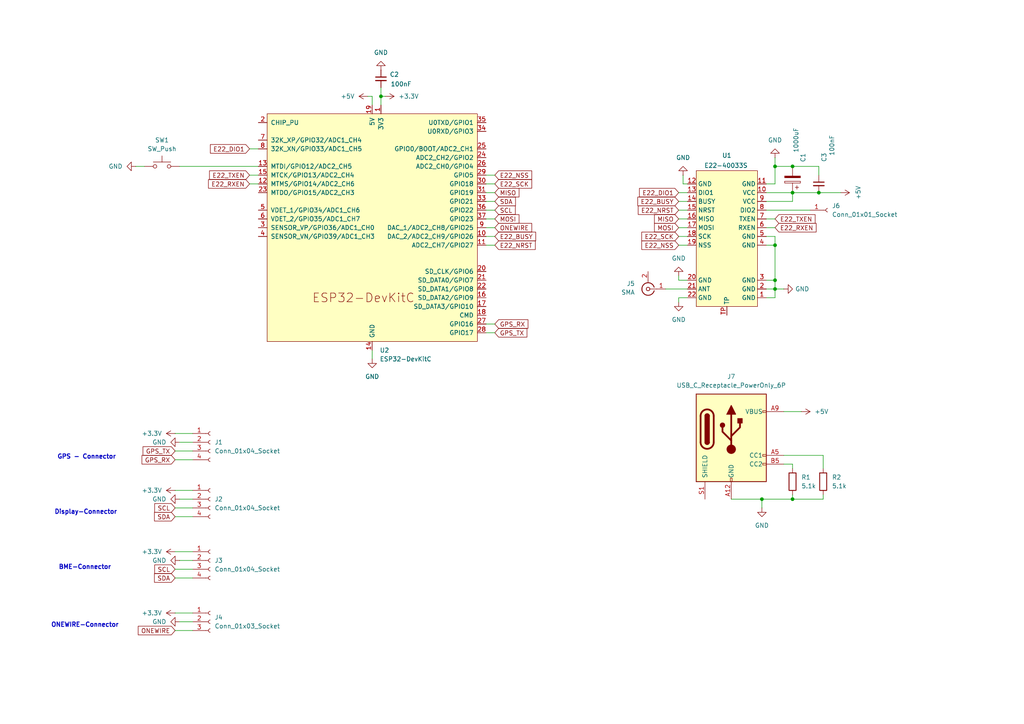
<source format=kicad_sch>
(kicad_sch (version 20231120) (generator "eeschema") (generator_version "8.0")
  (paper "A4")
  (title_block (title "ESP32 - E22 Board") (date "2024-10-02") (company "DK9BT"))
  (lib_symbols
    (symbol "Connector:Conn_01x01_Socket" (pin_names (offset 1.016) hide)
      (property "Reference" "J" (at 0 2.54 0))
      (property "Value" "Conn_01x01_Socket" (at 0 -2.54 0))
      (symbol "Conn_01x01_Socket_1_1"
        (polyline (pts (xy -1.27 0) (xy -0.508 0)) (stroke (width 0.1524)))
        (arc (start 0 0.508) (mid -0.5058 0) (end 0 -0.508) (stroke (width 0.1524)))
        (pin passive line (at -5.08 0 0) (length 3.81) (name "Pin_1") (number "1"))
      )
    )
    (symbol "Connector:Conn_01x03_Socket" (pin_names (offset 1.016) hide)
      (property "Reference" "J" (at 0 5.08 0))
      (property "Value" "Conn_01x03_Socket" (at 0 -5.08 0))
      (symbol "Conn_01x03_Socket_1_1"
        (arc (start 0 -2.032) (mid -0.5058 -2.54) (end 0 -3.048) (stroke (width 0.1524)))
        (polyline (pts (xy -1.27 -2.54) (xy -0.508 -2.54)) (stroke (width 0.1524)))
        (polyline (pts (xy -1.27 0) (xy -0.508 0)) (stroke (width 0.1524)))
        (polyline (pts (xy -1.27 2.54) (xy -0.508 2.54)) (stroke (width 0.1524)))
        (arc (start 0 0.508) (mid -0.5058 0) (end 0 -0.508) (stroke (width 0.1524)))
        (arc (start 0 3.048) (mid -0.5058 2.54) (end 0 2.032) (stroke (width 0.1524)))
        (pin passive line (at -5.08 2.54 0) (length 3.81) (name "Pin_1") (number "1"))
        (pin passive line (at -5.08 0 0) (length 3.81) (name "Pin_2") (number "2"))
        (pin passive line (at -5.08 -2.54 0) (length 3.81) (name "Pin_3") (number "3"))
      )
    )
    (symbol "Connector:Conn_01x04_Socket" (pin_names (offset 1.016) hide)
      (property "Reference" "J" (at 0 5.08 0))
      (property "Value" "Conn_01x04_Socket" (at 0 -7.62 0))
      (symbol "Conn_01x04_Socket_1_1"
        (arc (start 0 -4.572) (mid -0.5058 -5.08) (end 0 -5.588) (stroke (width 0.1524)))
        (arc (start 0 -2.032) (mid -0.5058 -2.54) (end 0 -3.048) (stroke (width 0.1524)))
        (polyline (pts (xy -1.27 -5.08) (xy -0.508 -5.08)) (stroke (width 0.1524)))
        (polyline (pts (xy -1.27 -2.54) (xy -0.508 -2.54)) (stroke (width 0.1524)))
        (polyline (pts (xy -1.27 0) (xy -0.508 0)) (stroke (width 0.1524)))
        (polyline (pts (xy -1.27 2.54) (xy -0.508 2.54)) (stroke (width 0.1524)))
        (arc (start 0 0.508) (mid -0.5058 0) (end 0 -0.508) (stroke (width 0.1524)))
        (arc (start 0 3.048) (mid -0.5058 2.54) (end 0 2.032) (stroke (width 0.1524)))
        (pin passive line (at -5.08 2.54 0) (length 3.81) (name "Pin_1") (number "1"))
        (pin passive line (at -5.08 0 0) (length 3.81) (name "Pin_2") (number "2"))
        (pin passive line (at -5.08 -2.54 0) (length 3.81) (name "Pin_3") (number "3"))
        (pin passive line (at -5.08 -5.08 0) (length 3.81) (name "Pin_4") (number "4"))
      )
    )
    (symbol "Connector:Conn_Coaxial" (pin_names (offset 1.016) hide)
      (property "Reference" "J" (at 0.254 3.048 0))
      (property "Value" "Conn_Coaxial" (at 2.921 0 90))
      (symbol "Conn_Coaxial_0_1"
        (arc (start -1.778 -0.508) (mid 0.2311 -1.8066) (end 1.778 0) (stroke (width 0.254)))
        (polyline (pts (xy -2.54 0) (xy -0.508 0)))
        (polyline (pts (xy 0 -2.54) (xy 0 -1.778)))
        (circle (center 0 0) (radius 0.508) (stroke (width 0.2032)))
        (arc (start 1.778 0) (mid 0.2099 1.8101) (end -1.778 0.508) (stroke (width 0.254)))
      )
      (symbol "Conn_Coaxial_1_1"
        (pin passive line (at -5.08 0 0) (length 2.54) (name "In") (number "1"))
        (pin passive line (at 0 -5.08 90) (length 2.54) (name "Ext") (number "2"))
      )
    )
    (symbol "Connector:USB_C_Receptacle_PowerOnly_6P" (pin_names (offset 1.016))
      (property "Reference" "J" (at 0 16.51 0))
      (property "Value" "USB_C_Receptacle_PowerOnly_6P" (at 0 13.97 0))
      (symbol "USB_C_Receptacle_PowerOnly_6P_0_0"
        (rectangle (start -0.254 -12.7) (end 0.254 -11.684))
        (rectangle (start 10.16 -7.366) (end 9.144 -7.874))
        (rectangle (start 10.16 -4.826) (end 9.144 -5.334))
        (rectangle (start 10.16 7.874) (end 9.144 7.366))
      )
      (symbol "USB_C_Receptacle_PowerOnly_6P_0_1"
        (rectangle (start -10.16 12.7) (end 10.16 -12.7) (stroke (width 0.254)) (fill (type background)))
        (arc (start -8.89 -1.27) (mid -6.985 -3.1667) (end -5.08 -1.27) (stroke (width 0.508)))
        (arc (start -7.62 -1.27) (mid -6.985 -1.9023) (end -6.35 -1.27) (stroke (width 0.254)))
        (arc (start -7.62 -1.27) (mid -6.985 -1.9023) (end -6.35 -1.27) (stroke (width 0.254)) (fill (type outline)))
        (rectangle (start -7.62 -1.27) (end -6.35 6.35) (stroke (width 0.254)) (fill (type outline)))
        (arc (start -6.35 6.35) (mid -6.985 6.9823) (end -7.62 6.35) (stroke (width 0.254)))
        (arc (start -6.35 6.35) (mid -6.985 6.9823) (end -7.62 6.35) (stroke (width 0.254)) (fill (type outline)))
        (arc (start -5.08 6.35) (mid -6.985 8.2467) (end -8.89 6.35) (stroke (width 0.508)))
        (circle (center -2.54 3.683) (radius 0.635) (stroke (width 0.254)) (fill (type outline)))
        (circle (center 0 -3.302) (radius 1.27) (fill (type outline)))
        (polyline (pts (xy -8.89 -1.27) (xy -8.89 6.35)) (stroke (width 0.508)))
        (polyline (pts (xy -5.08 6.35) (xy -5.08 -1.27)) (stroke (width 0.508)))
        (polyline (pts (xy 0 -3.302) (xy 0 6.858)) (stroke (width 0.508)))
        (polyline (pts (xy 0 -0.762) (xy -2.54 1.778) (xy -2.54 3.048)) (stroke (width 0.508)))
        (polyline (pts (xy 0 0.508) (xy 2.54 3.048) (xy 2.54 4.318)) (stroke (width 0.508)))
        (polyline (pts (xy -1.27 6.858) (xy 0 9.398) (xy 1.27 6.858) (xy -1.27 6.858)) (stroke (width 0.254)) (fill (type outline)))
        (rectangle (start 1.905 4.318) (end 3.175 5.588) (stroke (width 0.254)) (fill (type outline)))
      )
      (symbol "USB_C_Receptacle_PowerOnly_6P_1_1"
        (pin passive line (at 0 -17.78 90) (length 5.08) (name "GND") (number "A12"))
        (pin bidirectional line (at 15.24 -5.08 180) (length 5.08) (name "CC1") (number "A5"))
        (pin passive line (at 15.24 7.62 180) (length 5.08) (name "VBUS") (number "A9"))
        (pin passive line (at 0 -17.78 90) (length 5.08) hide (name "GND") (number "B12"))
        (pin bidirectional line (at 15.24 -7.62 180) (length 5.08) (name "CC2") (number "B5"))
        (pin passive line (at 15.24 7.62 180) (length 5.08) hide (name "VBUS") (number "B9"))
        (pin passive line (at -7.62 -17.78 90) (length 5.08) (name "SHIELD") (number "S1"))
      )
    )
    (symbol "Device:C_Polarized" (pin_numbers hide) (pin_names (offset 0.254))
      (property "Reference" "C" (at 0.635 2.54 0))
      (property "Value" "C_Polarized" (at 0.635 -2.54 0))
      (symbol "C_Polarized_0_1"
        (rectangle (start -2.286 0.508) (end 2.286 1.016))
        (polyline (pts (xy -1.778 2.286) (xy -0.762 2.286)))
        (polyline (pts (xy -1.27 2.794) (xy -1.27 1.778)))
        (rectangle (start 2.286 -0.508) (end -2.286 -1.016) (fill (type outline)))
      )
      (symbol "C_Polarized_1_1"
        (pin passive line (at 0 3.81 270) (length 2.794) (name "~") (number "1"))
        (pin passive line (at 0 -3.81 90) (length 2.794) (name "~") (number "2"))
      )
    )
    (symbol "Device:C_Small" (pin_numbers hide) (pin_names (offset 0.254) hide)
      (property "Reference" "C" (at 0.254 1.778 0))
      (property "Value" "C_Small" (at 0.254 -2.032 0))
      (symbol "C_Small_0_1"
        (polyline (pts (xy -1.524 -0.508) (xy 1.524 -0.508)) (stroke (width 0.3302)))
        (polyline (pts (xy -1.524 0.508) (xy 1.524 0.508)) (stroke (width 0.3048)))
      )
      (symbol "C_Small_1_1"
        (pin passive line (at 0 2.54 270) (length 2.032) (name "~") (number "1"))
        (pin passive line (at 0 -2.54 90) (length 2.032) (name "~") (number "2"))
      )
    )
    (symbol "Device:R" (pin_numbers hide) (pin_names (offset 0))
      (property "Reference" "R" (at 2.032 0 90))
      (property "Value" "R" (at 0 0 90))
      (symbol "R_0_1"
        (rectangle (start -1.016 -2.54) (end 1.016 2.54) (stroke (width 0.254)))
      )
      (symbol "R_1_1"
        (pin passive line (at 0 3.81 270) (length 1.27) (name "~") (number "1"))
        (pin passive line (at 0 -3.81 90) (length 1.27) (name "~") (number "2"))
      )
    )
    (symbol "E22:E22_400M33S"
      (property "Value" "~" (at 0 0 0))
      (property "Footprint" "Parts:E22-400M33S" (at 8.89 1.905 0))
      (symbol "E22_400M33S_1_1"
        (rectangle (start 0 0) (end 17.78 -39.37) (fill (type background)))
        (pin power_in line (at 20.32 -36.83 180) (length 2.54) (name "GND") (number "1"))
        (pin power_in line (at 20.32 -6.35 180) (length 2.54) (name "VCC") (number "10"))
        (pin power_in line (at 20.32 -3.81 180) (length 2.54) (name "GND") (number "11"))
        (pin power_in line (at -2.54 -3.81 0) (length 2.54) (name "GND") (number "12"))
        (pin bidirectional line (at -2.54 -6.35 0) (length 2.54) (name "DIO1") (number "13"))
        (pin output line (at -2.54 -8.89 0) (length 2.54) (name "BUSY") (number "14"))
        (pin input line (at -2.54 -11.43 0) (length 2.54) (name "NRST") (number "15"))
        (pin output line (at -2.54 -13.97 0) (length 2.54) (name "MISO") (number "16"))
        (pin input line (at -2.54 -16.51 0) (length 2.54) (name "MOSI") (number "17"))
        (pin input line (at -2.54 -19.05 0) (length 2.54) (name "SCK") (number "18"))
        (pin input line (at -2.54 -21.59 0) (length 2.54) (name "NSS") (number "19"))
        (pin power_in line (at 20.32 -34.29 180) (length 2.54) (name "GND") (number "2"))
        (pin power_in line (at -2.54 -31.75 0) (length 2.54) (name "GND") (number "20"))
        (pin bidirectional line (at -2.54 -34.29 0) (length 2.54) (name "ANT") (number "21"))
        (pin power_in line (at -2.54 -36.83 0) (length 2.54) (name "GND") (number "22"))
        (pin power_in line (at 20.32 -31.75 180) (length 2.54) (name "GND") (number "3"))
        (pin power_in line (at 20.32 -21.59 180) (length 2.54) (name "GND") (number "4"))
        (pin power_in line (at 20.32 -19.05 180) (length 2.54) (name "GND") (number "5"))
        (pin input line (at 20.32 -16.51 180) (length 2.54) (name "RXEN") (number "6"))
        (pin input line (at 20.32 -13.97 180) (length 2.54) (name "TXEN") (number "7"))
        (pin bidirectional line (at 20.32 -11.43 180) (length 2.54) (name "DIO2") (number "8"))
        (pin power_in line (at 20.32 -8.89 180) (length 2.54) (name "VCC") (number "9"))
        (pin passive line (at 8.89 -41.91 90) (length 2.54) (name "TP") (number "TP"))
      )
    )
    (symbol "ESP32:ESP32-DevKitC" (pin_names (offset 1.016))
      (property "Reference" "U" (at -30.48 38.1 0))
      (property "Value" "ESP32-DevKitC" (at -30.48 35.56 0))
      (symbol "ESP32-DevKitC_0_0"
        (text "ESP32-DevKitC" (at -2.54 -20.32 0) (effects (font (size 2.54 2.54))))
        (pin power_in line (at 0 -35.56 90) (length 2.54) (name "GND") (number "14"))
        (pin power_in line (at 0 35.56 270) (length 2.54) (name "5V") (number "19"))
      )
      (symbol "ESP32-DevKitC_0_1"
        (rectangle (start -30.48 33.02) (end 30.48 -33.02) (fill (type background)))
      )
      (symbol "ESP32-DevKitC_1_1"
        (pin power_in line (at 2.54 35.56 270) (length 2.54) (name "3V3") (number "1"))
        (pin bidirectional line (at 33.02 -2.54 180) (length 2.54) (name "DAC_2/ADC2_CH9/GPIO26") (number "10"))
        (pin bidirectional line (at 33.02 -5.08 180) (length 2.54) (name "ADC2_CH7/GPIO27") (number "11"))
        (pin bidirectional line (at -33.02 12.7 0) (length 2.54) (name "MTMS/GPIO14/ADC2_CH6") (number "12"))
        (pin bidirectional line (at -33.02 17.78 0) (length 2.54) (name "MTDI/GPIO12/ADC2_CH5") (number "13"))
        (pin bidirectional line (at -33.02 15.24 0) (length 2.54) (name "MTCK/GPIO13/ADC2_CH4") (number "15"))
        (pin bidirectional line (at 33.02 -20.32 180) (length 2.54) (name "SD_DATA2/GPIO9") (number "16"))
        (pin bidirectional line (at 33.02 -22.86 180) (length 2.54) (name "SD_DATA3/GPIO10") (number "17"))
        (pin bidirectional line (at 33.02 -25.4 180) (length 2.54) (name "CMD") (number "18"))
        (pin input line (at -33.02 30.48 0) (length 2.54) (name "CHIP_PU") (number "2"))
        (pin bidirectional line (at 33.02 -12.7 180) (length 2.54) (name "SD_CLK/GPIO6") (number "20"))
        (pin bidirectional line (at 33.02 -15.24 180) (length 2.54) (name "SD_DATA0/GPIO7") (number "21"))
        (pin bidirectional line (at 33.02 -17.78 180) (length 2.54) (name "SD_DATA1/GPIO8") (number "22"))
        (pin bidirectional line (at -33.02 10.16 0) (length 2.54) (name "MTDO/GPIO15/ADC2_CH3") (number "23"))
        (pin bidirectional line (at 33.02 20.32 180) (length 2.54) (name "ADC2_CH2/GPIO2") (number "24"))
        (pin bidirectional line (at 33.02 22.86 180) (length 2.54) (name "GPIO0/BOOT/ADC2_CH1") (number "25"))
        (pin bidirectional line (at 33.02 17.78 180) (length 2.54) (name "ADC2_CH0/GPIO4") (number "26"))
        (pin bidirectional line (at 33.02 -27.94 180) (length 2.54) (name "GPIO16") (number "27"))
        (pin bidirectional line (at 33.02 -30.48 180) (length 2.54) (name "GPIO17") (number "28"))
        (pin bidirectional line (at 33.02 15.24 180) (length 2.54) (name "GPIO5") (number "29"))
        (pin input line (at -33.02 0 0) (length 2.54) (name "SENSOR_VP/GPIO36/ADC1_CH0") (number "3"))
        (pin bidirectional line (at 33.02 12.7 180) (length 2.54) (name "GPIO18") (number "30"))
        (pin bidirectional line (at 33.02 10.16 180) (length 2.54) (name "GPIO19") (number "31"))
        (pin passive line (at 0 -35.56 90) (length 2.54) hide (name "GND") (number "32"))
        (pin bidirectional line (at 33.02 7.62 180) (length 2.54) (name "GPIO21") (number "33"))
        (pin bidirectional line (at 33.02 27.94 180) (length 2.54) (name "U0RXD/GPIO3") (number "34"))
        (pin bidirectional line (at 33.02 30.48 180) (length 2.54) (name "U0TXD/GPIO1") (number "35"))
        (pin bidirectional line (at 33.02 5.08 180) (length 2.54) (name "GPIO22") (number "36"))
        (pin bidirectional line (at 33.02 2.54 180) (length 2.54) (name "GPIO23") (number "37"))
        (pin passive line (at 0 -35.56 90) (length 2.54) hide (name "GND") (number "38"))
        (pin input line (at -33.02 -2.54 0) (length 2.54) (name "SENSOR_VN/GPIO39/ADC1_CH3") (number "4"))
        (pin input line (at -33.02 5.08 0) (length 2.54) (name "VDET_1/GPIO34/ADC1_CH6") (number "5"))
        (pin input line (at -33.02 2.54 0) (length 2.54) (name "VDET_2/GPIO35/ADC1_CH7") (number "6"))
        (pin bidirectional line (at -33.02 25.4 0) (length 2.54) (name "32K_XP/GPIO32/ADC1_CH4") (number "7"))
        (pin bidirectional line (at -33.02 22.86 0) (length 2.54) (name "32K_XN/GPIO33/ADC1_CH5") (number "8"))
        (pin bidirectional line (at 33.02 0 180) (length 2.54) (name "DAC_1/ADC2_CH8/GPIO25") (number "9"))
      )
    )
    (symbol "Switch:SW_Push" (pin_numbers hide) (pin_names (offset 1.016) hide)
      (property "Reference" "SW" (at 1.27 2.54 0))
      (property "Value" "SW_Push" (at 0 -1.524 0))
      (symbol "SW_Push_0_1"
        (circle (center -2.032 0) (radius 0.508))
        (polyline (pts (xy 0 1.27) (xy 0 3.048)))
        (polyline (pts (xy 2.54 1.27) (xy -2.54 1.27)))
        (circle (center 2.032 0) (radius 0.508))
        (pin passive line (at -5.08 0 0) (length 2.54) (name "1") (number "1"))
        (pin passive line (at 5.08 0 180) (length 2.54) (name "2") (number "2"))
      )
    )
    (symbol "power:+3.3V" (power) (pin_numbers hide) (pin_names (offset 0) hide)
      (property "Value" "+3.3V" (at 0 3.556 0))
      (symbol "+3.3V_0_1"
        (polyline (pts (xy -0.762 1.27) (xy 0 2.54)))
        (polyline (pts (xy 0 0) (xy 0 2.54)))
        (polyline (pts (xy 0 2.54) (xy 0.762 1.27)))
      )
      (symbol "+3.3V_1_1"
        (pin power_in line (at 0 0 90) (length 0) (name "~") (number "1"))
      )
    )
    (symbol "power:+5V" (power) (pin_numbers hide) (pin_names (offset 0) hide)
      (property "Value" "+5V" (at 0 3.556 0))
      (symbol "+5V_0_1"
        (polyline (pts (xy -0.762 1.27) (xy 0 2.54)))
        (polyline (pts (xy 0 0) (xy 0 2.54)))
        (polyline (pts (xy 0 2.54) (xy 0.762 1.27)))
      )
      (symbol "+5V_1_1"
        (pin power_in line (at 0 0 90) (length 0) (name "~") (number "1"))
      )
    )
    (symbol "power:GND" (power) (pin_numbers hide) (pin_names (offset 0) hide)
      (property "Value" "GND" (at 0 -3.81 0))
      (symbol "GND_0_1"
        (polyline (pts (xy 0 0) (xy 0 -1.27) (xy 1.27 -1.27) (xy 0 -2.54) (xy -1.27 -1.27) (xy 0 -1.27)))
      )
      (symbol "GND_1_1"
        (pin power_in line (at 0 0 270) (length 0) (name "~") (number "1"))
      )
    )
  )
  (junction (at 224.79 48.26))
  (junction (at 224.79 81.28))
  (junction (at 237.49 55.88))
  (junction (at 229.87 144.78))
  (junction (at 110.49 27.94))
  (junction (at 229.87 55.88))
  (junction (at 224.79 83.82))
  (junction (at 220.98 144.78))
  (junction (at 224.79 71.12))
  (junction (at 229.87 48.26))
  (wire (pts (xy 224.79 83.82) (xy 227.33 83.82)))
  (wire (pts (xy 238.76 132.08) (xy 238.76 135.89)))
  (wire (pts (xy 196.85 68.58) (xy 199.39 68.58)))
  (wire (pts (xy 196.85 55.88) (xy 199.39 55.88)))
  (wire (pts (xy 199.39 86.36) (xy 196.85 86.36)))
  (wire (pts (xy 140.97 66.04) (xy 143.51 66.04)))
  (wire (pts (xy 229.87 58.42) (xy 229.87 55.88)))
  (wire (pts (xy 140.97 58.42) (xy 143.51 58.42)))
  (wire (pts (xy 224.79 53.34) (xy 224.79 48.26)))
  (wire (pts (xy 140.97 63.5) (xy 143.51 63.5)))
  (wire (pts (xy 229.87 134.62) (xy 229.87 135.89)))
  (wire (pts (xy 50.8 130.81) (xy 55.88 130.81)))
  (wire (pts (xy 229.87 144.78) (xy 220.98 144.78)))
  (wire (pts (xy 222.25 53.34) (xy 224.79 53.34)))
  (wire (pts (xy 140.97 53.34) (xy 143.51 53.34)))
  (wire (pts (xy 52.07 128.27) (xy 55.88 128.27)))
  (wire (pts (xy 224.79 86.36) (xy 224.79 83.82)))
  (wire (pts (xy 196.85 66.04) (xy 199.39 66.04)))
  (wire (pts (xy 222.25 58.42) (xy 229.87 58.42)))
  (wire (pts (xy 224.79 71.12) (xy 224.79 81.28)))
  (wire (pts (xy 220.98 144.78) (xy 220.98 147.32)))
  (wire (pts (xy 50.8 182.88) (xy 55.88 182.88)))
  (wire (pts (xy 74.93 43.18) (xy 72.39 43.18)))
  (wire (pts (xy 50.8 147.32) (xy 55.88 147.32)))
  (wire (pts (xy 74.93 53.34) (xy 72.39 53.34)))
  (wire (pts (xy 193.04 83.82) (xy 199.39 83.82)))
  (wire (pts (xy 222.25 60.96) (xy 234.95 60.96)))
  (wire (pts (xy 199.39 53.34) (xy 198.12 53.34)))
  (wire (pts (xy 140.97 55.88) (xy 143.51 55.88)))
  (wire (pts (xy 224.79 68.58) (xy 224.79 71.12)))
  (wire (pts (xy 107.95 101.6) (xy 107.95 104.14)))
  (wire (pts (xy 107.95 27.94) (xy 107.95 30.48)))
  (wire (pts (xy 229.87 143.51) (xy 229.87 144.78)))
  (wire (pts (xy 140.97 71.12) (xy 143.51 71.12)))
  (wire (pts (xy 222.25 86.36) (xy 224.79 86.36)))
  (wire (pts (xy 50.8 167.64) (xy 55.88 167.64)))
  (wire (pts (xy 229.87 55.88) (xy 237.49 55.88)))
  (wire (pts (xy 50.8 142.24) (xy 55.88 142.24)))
  (wire (pts (xy 227.33 119.38) (xy 232.41 119.38)))
  (wire (pts (xy 50.8 149.86) (xy 55.88 149.86)))
  (wire (pts (xy 140.97 50.8) (xy 143.51 50.8)))
  (wire (pts (xy 140.97 96.52) (xy 143.51 96.52)))
  (wire (pts (xy 50.8 177.8) (xy 55.88 177.8)))
  (wire (pts (xy 224.79 48.26) (xy 229.87 48.26)))
  (wire (pts (xy 222.25 68.58) (xy 224.79 68.58)))
  (wire (pts (xy 224.79 81.28) (xy 224.79 83.82)))
  (wire (pts (xy 110.49 30.48) (xy 110.49 27.94)))
  (wire (pts (xy 222.25 83.82) (xy 224.79 83.82)))
  (wire (pts (xy 237.49 48.26) (xy 229.87 48.26)))
  (wire (pts (xy 222.25 66.04) (xy 224.79 66.04)))
  (wire (pts (xy 140.97 60.96) (xy 143.51 60.96)))
  (wire (pts (xy 52.07 180.34) (xy 55.88 180.34)))
  (wire (pts (xy 227.33 134.62) (xy 229.87 134.62)))
  (wire (pts (xy 222.25 71.12) (xy 224.79 71.12)))
  (wire (pts (xy 52.07 48.26) (xy 74.93 48.26)))
  (wire (pts (xy 140.97 68.58) (xy 143.51 68.58)))
  (wire (pts (xy 196.85 71.12) (xy 199.39 71.12)))
  (wire (pts (xy 224.79 45.72) (xy 224.79 48.26)))
  (wire (pts (xy 238.76 144.78) (xy 229.87 144.78)))
  (wire (pts (xy 222.25 81.28) (xy 224.79 81.28)))
  (wire (pts (xy 238.76 143.51) (xy 238.76 144.78)))
  (wire (pts (xy 106.68 27.94) (xy 107.95 27.94)))
  (wire (pts (xy 222.25 55.88) (xy 229.87 55.88)))
  (wire (pts (xy 198.12 53.34) (xy 198.12 50.8)))
  (wire (pts (xy 140.97 93.98) (xy 143.51 93.98)))
  (wire (pts (xy 52.07 162.56) (xy 55.88 162.56)))
  (wire (pts (xy 50.8 165.1) (xy 55.88 165.1)))
  (wire (pts (xy 50.8 160.02) (xy 55.88 160.02)))
  (wire (pts (xy 74.93 50.8) (xy 72.39 50.8)))
  (wire (pts (xy 196.85 86.36) (xy 196.85 87.63)))
  (wire (pts (xy 237.49 50.8) (xy 237.49 48.26)))
  (wire (pts (xy 237.49 55.88) (xy 243.84 55.88)))
  (wire (pts (xy 199.39 81.28) (xy 196.85 81.28)))
  (wire (pts (xy 196.85 63.5) (xy 199.39 63.5)))
  (wire (pts (xy 196.85 81.28) (xy 196.85 80.01)))
  (wire (pts (xy 110.49 25.4) (xy 110.49 27.94)))
  (wire (pts (xy 50.8 125.73) (xy 55.88 125.73)))
  (wire (pts (xy 110.49 27.94) (xy 111.76 27.94)))
  (wire (pts (xy 212.09 144.78) (xy 220.98 144.78)))
  (wire (pts (xy 196.85 58.42) (xy 199.39 58.42)))
  (wire (pts (xy 222.25 63.5) (xy 224.79 63.5)))
  (wire (pts (xy 50.8 133.35) (xy 55.88 133.35)))
  (wire (pts (xy 227.33 132.08) (xy 238.76 132.08)))
  (wire (pts (xy 196.85 60.96) (xy 199.39 60.96)))
  (wire (pts (xy 39.37 48.26) (xy 41.91 48.26)))
  (wire (pts (xy 52.07 144.78) (xy 55.88 144.78)))
  (text "ONEWIRE-Connector" (at 24.638 181.356 0) (effects (font (size 1.27 1.27) (thickness 0.254) (bold yes))))
  (text "Display-Connector" (at 24.892 148.59 0) (effects (font (size 1.27 1.27) (thickness 0.254) (bold yes))))
  (text "BME-Connector" (at 24.638 164.592 0) (effects (font (size 1.27 1.27) (thickness 0.254) (bold yes))))
  (text "GPS - Connector" (at 25.146 132.588 0) (effects (font (size 1.27 1.27) (thickness 0.254) (bold yes))))
  (global_label "E22_NRST" (shape input) (at 143.51 71.12 0) (property "Intersheetrefs" "${INTERSHEET_REFS}" (effects (hide yes))))
  (global_label "E22_RXEN" (shape input) (at 72.39 53.34 180) (property "Intersheetrefs" "${INTERSHEET_REFS}" (effects (hide yes))))
  (global_label "SDA" (shape input) (at 50.8 149.86 180) (property "Intersheetrefs" "${INTERSHEET_REFS}" (effects (hide yes))))
  (global_label "E22_SCK" (shape input) (at 143.51 53.34 0) (property "Intersheetrefs" "${INTERSHEET_REFS}" (effects (hide yes))))
  (global_label "E22_DIO1" (shape input) (at 72.39 43.18 180) (property "Intersheetrefs" "${INTERSHEET_REFS}" (effects (hide yes))))
  (global_label "MOSI" (shape input) (at 143.51 63.5 0) (property "Intersheetrefs" "${INTERSHEET_REFS}" (effects (hide yes))))
  (global_label "E22_DIO1" (shape input) (at 196.85 55.88 180) (property "Intersheetrefs" "${INTERSHEET_REFS}" (effects (hide yes))))
  (global_label "E22_TXEN" (shape input) (at 72.39 50.8 180) (property "Intersheetrefs" "${INTERSHEET_REFS}" (effects (hide yes))))
  (global_label "GPS_TX" (shape input) (at 50.8 130.81 180) (property "Intersheetrefs" "${INTERSHEET_REFS}" (effects (hide yes))))
  (global_label "GPS_RX" (shape input) (at 50.8 133.35 180) (property "Intersheetrefs" "${INTERSHEET_REFS}" (effects (hide yes))))
  (global_label "E22_NSS" (shape input) (at 143.51 50.8 0) (property "Intersheetrefs" "${INTERSHEET_REFS}" (effects (hide yes))))
  (global_label "E22_RXEN" (shape input) (at 224.79 66.04 0) (property "Intersheetrefs" "${INTERSHEET_REFS}" (effects (hide yes))))
  (global_label "E22_BUSY" (shape input) (at 143.51 68.58 0) (property "Intersheetrefs" "${INTERSHEET_REFS}" (effects (hide yes))))
  (global_label "E22_NRST" (shape input) (at 196.85 60.96 180) (property "Intersheetrefs" "${INTERSHEET_REFS}" (effects (hide yes))))
  (global_label "ONEWIRE" (shape input) (at 143.51 66.04 0) (property "Intersheetrefs" "${INTERSHEET_REFS}" (effects (hide yes))))
  (global_label "GPS_RX" (shape input) (at 143.51 93.98 0) (property "Intersheetrefs" "${INTERSHEET_REFS}" (effects (hide yes))))
  (global_label "GPS_TX" (shape input) (at 143.51 96.52 0) (property "Intersheetrefs" "${INTERSHEET_REFS}" (effects (hide yes))))
  (global_label "SCL" (shape input) (at 50.8 165.1 180) (property "Intersheetrefs" "${INTERSHEET_REFS}" (effects (hide yes))))
  (global_label "MISO" (shape input) (at 143.51 55.88 0) (property "Intersheetrefs" "${INTERSHEET_REFS}" (effects (hide yes))))
  (global_label "SCL" (shape input) (at 50.8 147.32 180) (property "Intersheetrefs" "${INTERSHEET_REFS}" (effects (hide yes))))
  (global_label "E22_NSS" (shape input) (at 196.85 71.12 180) (property "Intersheetrefs" "${INTERSHEET_REFS}" (effects (hide yes))))
  (global_label "MISO" (shape input) (at 196.85 63.5 180) (property "Intersheetrefs" "${INTERSHEET_REFS}" (effects (hide yes))))
  (global_label "SDA" (shape input) (at 50.8 167.64 180) (property "Intersheetrefs" "${INTERSHEET_REFS}" (effects (hide yes))))
  (global_label "E22_TXEN" (shape input) (at 224.79 63.5 0) (property "Intersheetrefs" "${INTERSHEET_REFS}" (effects (hide yes))))
  (global_label "MOSI" (shape input) (at 196.85 66.04 180) (property "Intersheetrefs" "${INTERSHEET_REFS}" (effects (hide yes))))
  (global_label "SDA" (shape input) (at 143.51 58.42 0) (property "Intersheetrefs" "${INTERSHEET_REFS}" (effects (hide yes))))
  (global_label "ONEWIRE" (shape input) (at 50.8 182.88 180) (property "Intersheetrefs" "${INTERSHEET_REFS}" (effects (hide yes))))
  (global_label "E22_SCK" (shape input) (at 196.85 68.58 180) (property "Intersheetrefs" "${INTERSHEET_REFS}" (effects (hide yes))))
  (global_label "E22_BUSY" (shape input) (at 196.85 58.42 180) (property "Intersheetrefs" "${INTERSHEET_REFS}" (effects (hide yes))))
  (global_label "SCL" (shape input) (at 143.51 60.96 0) (property "Intersheetrefs" "${INTERSHEET_REFS}" (effects (hide yes))))
  (symbol (lib_id "Connector:USB_C_Receptacle_PowerOnly_6P") (at 212.09 127 0) (unit 1)
    (property "Reference" "J7" (at 212.09 109.22 0))
    (property "Value" "USB_C_Receptacle_PowerOnly_6P" (at 212.09 111.76 0))
    (property "Footprint" "Connector_USB:USB_C_Receptacle_GCT_USB4125-xx-x-0190_6P_TopMnt_Horizontal" (effects (hide yes)))
    (property "Datasheet" "https://www.usb.org/sites/default/files/documents/usb_type-c.zip" (effects (hide yes)))
    (property "Description" "USB Power-Only 6P Type-C Receptacle connector" (effects (hide yes)))
  )
  (symbol (lib_id "Connector:Conn_01x04_Socket") (at 60.96 162.56 0) (unit 1)
    (property "Reference" "J3" (at 62.23 162.5599 0) (effects (justify left)))
    (property "Value" "Conn_01x04_Socket" (at 62.23 165.0999 0) (effects (justify left)))
    (property "Footprint" "Connector_PinHeader_2.54mm:PinHeader_1x04_P2.54mm_Vertical" (effects (hide yes)))
    (property "Description" "Generic connector, single row, 01x04, script generated" (effects (hide yes)))
  )
  (symbol (lib_id "Device:C_Polarized") (at 229.87 52.07 180) (unit 1)
    (property "Reference" "C1" (at 232.918 45.72 90))
    (property "Value" "1000uF" (at 230.886 40.64 90))
    (property "Description" "Polarized capacitor" (effects (hide yes)))
  )
  (symbol (lib_id "power:GND") (at 196.85 80.01 180) (unit 1)
    (property "Reference" "#PWR03" (effects (hide yes)))
    (property "Value" "GND" (at 196.85 74.93 0))
    (property "Description" "Power symbol creates a global label with name \"GND\" , ground" (effects (hide yes)))
  )
  (symbol (lib_id "power:+3.3V") (at 50.8 125.73 90) (unit 1)
    (property "Reference" "#PWR011" (effects (hide yes)))
    (property "Value" "+3.3V" (at 46.99 125.7301 90) (effects (justify left)))
    (property "Description" "Power symbol creates a global label with name \"+3.3V\"" (effects (hide yes)))
  )
  (symbol (lib_id "Device:C_Small") (at 110.49 22.86 0) (unit 1)
    (property "Reference" "C2" (at 113.03 21.5962 0) (effects (justify left)))
    (property "Value" "100nF" (at 113.284 24.384 0) (effects (justify left)))
    (property "Description" "Unpolarized capacitor, small symbol" (effects (hide yes)))
  )
  (symbol (lib_id "ESP32:ESP32-DevKitC") (at 107.95 66.04 0) (unit 1)
    (property "Reference" "U2" (at 110.1441 101.6 0) (effects (justify left)))
    (property "Value" "ESP32-DevKitC" (at 110.1441 104.14 0) (effects (justify left)))
    (property "Footprint" "E22:ESP32-DevKitC" (effects (hide yes)))
    (property "Datasheet" "https://docs.espressif.com/projects/esp-idf/zh_CN/latest/esp32/hw-reference/esp32/get-started-devkitc.html" (effects (hide yes)))
    (property "Description" "Development Kit" (effects (hide yes)))
  )
  (symbol (lib_id "Device:R") (at 229.87 139.7 0) (unit 1)
    (property "Reference" "R1" (at 232.41 138.4299 0) (effects (justify left)))
    (property "Value" "5.1k" (at 232.41 140.9699 0) (effects (justify left)))
    (property "Description" "Resistor" (effects (hide yes)))
  )
  (symbol (lib_id "power:+5V") (at 232.41 119.38 270) (unit 1)
    (property "Reference" "#PWR020" (effects (hide yes)))
    (property "Value" "+5V" (at 236.22 119.3799 90) (effects (justify left)))
    (property "Description" "Power symbol creates a global label with name \"+5V\"" (effects (hide yes)))
  )
  (symbol (lib_id "Device:C_Small") (at 237.49 53.34 0) (unit 1)
    (property "Reference" "C3" (at 239.014 46.99 90) (effects (justify left)))
    (property "Value" "100nF" (at 241.3 45.212 90) (effects (justify left)))
    (property "Description" "Unpolarized capacitor, small symbol" (effects (hide yes)))
  )
  (symbol (lib_id "power:+3.3V") (at 111.76 27.94 270) (unit 1)
    (property "Reference" "#PWR07" (effects (hide yes)))
    (property "Value" "+3.3V" (at 115.57 27.9399 90) (effects (justify left)))
    (property "Description" "Power symbol creates a global label with name \"+3.3V\"" (effects (hide yes)))
  )
  (symbol (lib_id "power:+3.3V") (at 50.8 142.24 90) (unit 1)
    (property "Reference" "#PWR013" (effects (hide yes)))
    (property "Value" "+3.3V" (at 46.99 142.2401 90) (effects (justify left)))
    (property "Description" "Power symbol creates a global label with name \"+3.3V\"" (effects (hide yes)))
  )
  (symbol (lib_id "Connector:Conn_01x03_Socket") (at 60.96 180.34 0) (unit 1)
    (property "Reference" "J4" (at 62.23 179.0699 0) (effects (justify left)))
    (property "Value" "Conn_01x03_Socket" (at 62.23 181.6099 0) (effects (justify left)))
    (property "Footprint" "Connector_PinHeader_2.54mm:PinHeader_1x03_P2.54mm_Vertical" (effects (hide yes)))
    (property "Description" "Generic connector, single row, 01x03, script generated" (effects (hide yes)))
  )
  (symbol (lib_id "Connector:Conn_01x04_Socket") (at 60.96 144.78 0) (unit 1)
    (property "Reference" "J2" (at 62.23 144.7799 0) (effects (justify left)))
    (property "Value" "Conn_01x04_Socket" (at 62.23 147.3199 0) (effects (justify left)))
    (property "Footprint" "Connector_PinHeader_2.54mm:PinHeader_1x04_P2.54mm_Vertical" (effects (hide yes)))
    (property "Description" "Generic connector, single row, 01x04, script generated" (effects (hide yes)))
  )
  (symbol (lib_id "Connector:Conn_01x04_Socket") (at 60.96 128.27 0) (unit 1)
    (property "Reference" "J1" (at 62.23 128.2699 0) (effects (justify left)))
    (property "Value" "Conn_01x04_Socket" (at 62.23 130.8099 0) (effects (justify left)))
    (property "Footprint" "Connector_PinHeader_2.54mm:PinHeader_1x04_P2.54mm_Vertical" (effects (hide yes)))
    (property "Description" "Generic connector, single row, 01x04, script generated" (effects (hide yes)))
  )
  (symbol (lib_id "Connector:Conn_01x01_Socket") (at 240.03 60.96 0) (unit 1)
    (property "Reference" "J6" (at 241.3 59.6899 0) (effects (justify left)))
    (property "Value" "Conn_01x01_Socket" (at 241.3 62.2299 0) (effects (justify left)))
    (property "Footprint" "Connector_PinHeader_2.54mm:PinHeader_1x01_P2.54mm_Vertical" (effects (hide yes)))
    (property "Description" "Generic connector, single row, 01x01, script generated" (effects (hide yes)))
  )
  (symbol (lib_id "Switch:SW_Push") (at 46.99 48.26 0) (unit 1)
    (property "Reference" "SW1" (at 46.99 40.64 0))
    (property "Value" "SW_Push" (at 46.99 43.18 0))
    (property "Description" "Push button switch, generic, two pins" (effects (hide yes)))
  )
  (symbol (lib_id "power:GND") (at 227.33 83.82 90) (unit 1)
    (property "Reference" "#PWR01" (effects (hide yes)))
    (property "Value" "GND" (at 230.632 83.82 90) (effects (justify right)))
    (property "Description" "Power symbol creates a global label with name \"GND\" , ground" (effects (hide yes)))
  )
  (symbol (lib_id "power:GND") (at 52.07 128.27 270) (unit 1)
    (property "Reference" "#PWR012" (effects (hide yes)))
    (property "Value" "GND" (at 48.26 128.2699 90) (effects (justify right)))
    (property "Description" "Power symbol creates a global label with name \"GND\" , ground" (effects (hide yes)))
  )
  (symbol (lib_id "power:+3.3V") (at 50.8 160.02 90) (unit 1)
    (property "Reference" "#PWR015" (effects (hide yes)))
    (property "Value" "+3.3V" (at 46.99 160.0201 90) (effects (justify left)))
    (property "Description" "Power symbol creates a global label with name \"+3.3V\"" (effects (hide yes)))
  )
  (symbol (lib_id "power:GND") (at 220.98 147.32 0) (unit 1)
    (property "Reference" "#PWR021" (effects (hide yes)))
    (property "Value" "GND" (at 220.98 152.4 0))
    (property "Description" "Power symbol creates a global label with name \"GND\" , ground" (effects (hide yes)))
  )
  (symbol (lib_id "power:GND") (at 52.07 180.34 270) (unit 1)
    (property "Reference" "#PWR018" (effects (hide yes)))
    (property "Value" "GND" (at 48.26 180.3399 90) (effects (justify right)))
    (property "Description" "Power symbol creates a global label with name \"GND\" , ground" (effects (hide yes)))
  )
  (symbol (lib_id "power:GND") (at 110.49 20.32 180) (unit 1)
    (property "Reference" "#PWR019" (effects (hide yes)))
    (property "Value" "GND" (at 110.49 15.24 0))
    (property "Description" "Power symbol creates a global label with name \"GND\" , ground" (effects (hide yes)))
  )
  (symbol (lib_id "Device:R") (at 238.76 139.7 0) (unit 1)
    (property "Reference" "R2" (at 241.3 138.4299 0) (effects (justify left)))
    (property "Value" "5.1k" (at 241.3 140.9699 0) (effects (justify left)))
    (property "Description" "Resistor" (effects (hide yes)))
  )
  (symbol (lib_id "E22:E22_400M33S") (at 201.93 49.53 0) (unit 1)
    (property "Reference" "U1" (at 210.82 45.085 0))
    (property "Value" "E22-40033S" (at 210.566 48.006 0))
    (property "Footprint" "E22:E22-400M33S" (effects (hide yes)))
  )
  (symbol (lib_id "power:GND") (at 39.37 48.26 270) (unit 1)
    (property "Reference" "#PWR010" (effects (hide yes)))
    (property "Value" "GND" (at 35.56 48.2599 90) (effects (justify right)))
    (property "Description" "Power symbol creates a global label with name \"GND\" , ground" (effects (hide yes)))
  )
  (symbol (lib_id "power:GND") (at 107.95 104.14 0) (unit 1)
    (property "Reference" "#PWR09" (effects (hide yes)))
    (property "Value" "GND" (at 107.95 109.22 0))
    (property "Description" "Power symbol creates a global label with name \"GND\" , ground" (effects (hide yes)))
  )
  (symbol (lib_id "power:GND") (at 196.85 87.63 0) (unit 1)
    (property "Reference" "#PWR04" (effects (hide yes)))
    (property "Value" "GND" (at 196.85 92.71 0))
    (property "Description" "Power symbol creates a global label with name \"GND\" , ground" (effects (hide yes)))
  )
  (symbol (lib_id "power:GND") (at 52.07 162.56 270) (unit 1)
    (property "Reference" "#PWR016" (effects (hide yes)))
    (property "Value" "GND" (at 48.26 162.5599 90) (effects (justify right)))
    (property "Description" "Power symbol creates a global label with name \"GND\" , ground" (effects (hide yes)))
  )
  (symbol (lib_id "power:GND") (at 52.07 144.78 270) (unit 1)
    (property "Reference" "#PWR014" (effects (hide yes)))
    (property "Value" "GND" (at 48.26 144.7799 90) (effects (justify right)))
    (property "Description" "Power symbol creates a global label with name \"GND\" , ground" (effects (hide yes)))
  )
  (symbol (lib_id "power:+3.3V") (at 50.8 177.8 90) (unit 1)
    (property "Reference" "#PWR017" (effects (hide yes)))
    (property "Value" "+3.3V" (at 46.99 177.8001 90) (effects (justify left)))
    (property "Description" "Power symbol creates a global label with name \"+3.3V\"" (effects (hide yes)))
  )
  (symbol (lib_id "power:GND") (at 224.79 45.72 180) (unit 1)
    (property "Reference" "#PWR05" (effects (hide yes)))
    (property "Value" "GND" (at 224.79 40.64 0))
    (property "Description" "Power symbol creates a global label with name \"GND\" , ground" (effects (hide yes)))
  )
  (symbol (lib_id "power:+5V") (at 243.84 55.88 270) (unit 1)
    (property "Reference" "#PWR06" (effects (hide yes)))
    (property "Value" "+5V" (at 248.92 55.88 0))
    (property "Description" "Power symbol creates a global label with name \"+5V\"" (effects (hide yes)))
  )
  (symbol (lib_id "Connector:Conn_Coaxial") (at 187.96 83.82 180) (unit 1)
    (property "Reference" "J5" (at 184.15 82.2567 0) (effects (justify left)))
    (property "Value" "SMA" (at 184.15 84.7967 0) (effects (justify left)))
    (property "Footprint" "Connector_Coaxial:SMA_Amphenol_901-143_Horizontal" (effects (hide yes)))
    (property "Description" "coaxial connector (BNC, SMA, SMB, SMC, Cinch/RCA, LEMO, ...)" (effects (hide yes)))
  )
  (symbol (lib_id "power:GND") (at 198.12 50.8 180) (unit 1)
    (property "Reference" "#PWR02" (effects (hide yes)))
    (property "Value" "GND" (at 198.12 45.72 0))
    (property "Description" "Power symbol creates a global label with name \"GND\" , ground" (effects (hide yes)))
  )
  (symbol (lib_id "power:+5V") (at 106.68 27.94 90) (unit 1)
    (property "Reference" "#PWR08" (effects (hide yes)))
    (property "Value" "+5V" (at 102.87 27.9399 90) (effects (justify left)))
    (property "Description" "Power symbol creates a global label with name \"+5V\"" (effects (hide yes)))
  )
)
</source>
